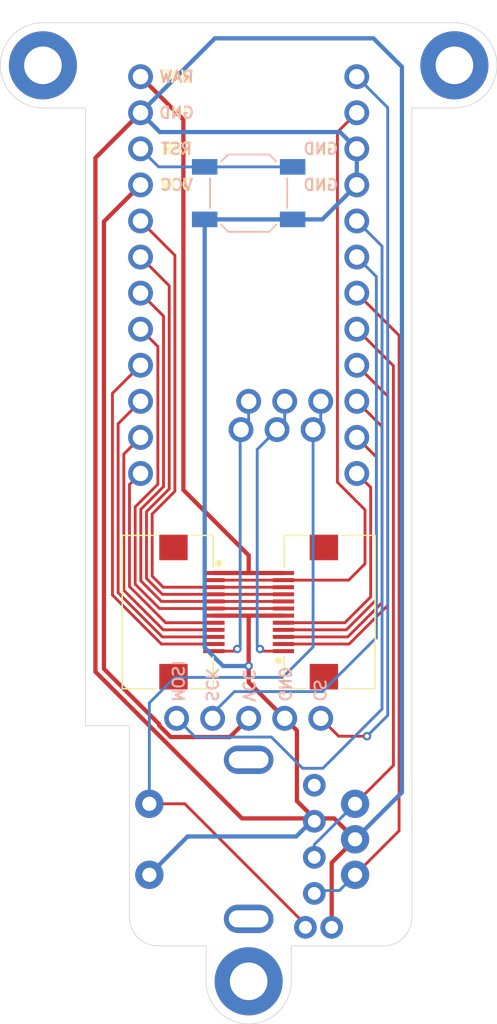
<source format=kicad_pcb>
(kicad_pcb (version 20240108) (generator "pcbnew") (generator_version "8.0")
  (layers (0 "F.Cu" signal) (31 "B.Cu" signal) (34 "B.Paste" user) (35 "F.Paste" user) (36 "B.SilkS" user "B.Silkscreen") (37 "F.SilkS" user "F.Silkscreen") (38 "B.Mask" user) (39 "F.Mask" user) (44 "Edge.Cuts" user))
  (net 0 "")
  (net 1 "encB")
  (net 2 "encA")
  (net 3 "GND")
  (net 4 "MOSI")
  (net 5 "SCK")
  (net 6 "+3.3V")
  (net 7 "CS")
  (net 8 "OFF")
  (net 9 "RST")
  (footprint "zzkeeb:RotaryEncoder_EC11" (layer "F.Cu") (at 74 97 180)
    (property "Reference" "SW38" (hide yes))
    (property "Value" "RotaryEncoder_Switch" (hide yes))
    (pad "" thru_hole oval (at 0 -5.6 180) (size 3.5 2) (drill oval 2.8 1.2) (layers "*.Cu" "*.Mask"))
    (pad "" thru_hole oval (at 0 5.6 180) (size 3.5 2) (drill oval 2.8 1.2) (layers "*.Cu" "*.Mask"))
    (pad "A" thru_hole circle (at -7.5 -2.5 180) (size 2 2) (drill 1) (layers "*.Cu" "B.Mask") (net 2 "encA"))
    (pad "B" thru_hole circle (at -7.5 2.5 180) (size 2 2) (drill 1) (layers "*.Cu" "B.Mask") (net 1 "encB"))
    (pad "C" thru_hole circle (at -7.5 0 180) (size 2 2) (drill 1) (layers "*.Cu" "B.Mask") (net 3 "GND"))
    (pad "S1" thru_hole circle (at 7 2.5 180) (size 2 2) (drill 1) (layers "*.Cu" "B.Mask") (net 8 "OFF"))
    (pad "S2" thru_hole circle (at 7 -2.5 180) (size 2 2) (drill 1) (layers "*.Cu" "B.Mask") (net 3 "GND"))
  )
  (footprint "zzkeeb:Connector_FFC-12pin-0.5mm-horizontal" (layer "F.Cu") (at 70 81 -90)
    (property "Reference" "J2")
    (property "Value" "Conn_01x12_Socket" (hide yes))
    (fp_line (start -5.4 4.909) (end -5.4 2.526) (stroke (width 0.1)) (layer "F.SilkS"))
    (fp_line (start 5.4 4.909) (end -5.4 4.909) (stroke (width 0.1)) (layer "F.SilkS"))
    (fp_line (start 5.4 4.909) (end 5.4 2.526) (stroke (width 0.1)) (layer "F.SilkS"))
    (fp_line (start -5.4 0.075) (end -5.4 -1.5) (stroke (width 0.1)) (layer "F.SilkS"))
    (fp_line (start 5.4 0.075) (end 5.4 -1.5) (stroke (width 0.1)) (layer "F.SilkS"))
    (fp_line (start -5.4 -1.5) (end -3.131 -1.5) (stroke (width 0.1)) (layer "F.SilkS"))
    (fp_line (start 5.4 -1.5) (end 3.131 -1.5) (stroke (width 0.1)) (layer "F.SilkS"))
    (fp_circle (center -3.429 -1.9) (end -3.302 -1.9) (stroke (width 0.254)) (fill none) (layer "F.SilkS"))
    (pad "1" smd rect (at -2.75 -1.55 270) (size 0.28 1.5) (layers "F.Cu" "F.Paste" "F.Mask"))
    (pad "2" smd rect (at -2.25 -1.55 270) (size 0.28 1.5) (layers "F.Cu" "F.Paste" "F.Mask"))
    (pad "3" smd rect (at -1.75 -1.55 270) (size 0.28 1.5) (layers "F.Cu" "F.Paste" "F.Mask"))
    (pad "4" smd rect (at -1.25 -1.55 270) (size 0.28 1.5) (layers "F.Cu" "F.Paste" "F.Mask"))
    (pad "5" smd rect (at -0.75 -1.55 270) (size 0.28 1.5) (layers "F.Cu" "F.Paste" "F.Mask"))
    (pad "6" smd rect (at -0.25 -1.55 270) (size 0.28 1.5) (layers "F.Cu" "F.Paste" "F.Mask"))
    (pad "7" smd rect (at 0.25 -1.55 270) (size 0.28 1.5) (layers "F.Cu" "F.Paste" "F.Mask") (net 3 "GND"))
    (pad "8" smd rect (at 0.75 -1.55 270) (size 0.28 1.5) (layers "F.Cu" "F.Paste" "F.Mask"))
    (pad "9" smd rect (at 1.25 -1.55 270) (size 0.28 1.5) (layers "F.Cu" "F.Paste" "F.Mask"))
    (pad "10" smd rect (at 1.75 -1.55 270) (size 0.28 1.5) (layers "F.Cu" "F.Paste" "F.Mask"))
    (pad "11" smd rect (at 2.25 -1.55 270) (size 0.28 1.5) (layers "F.Cu" "F.Paste" "F.Mask"))
    (pad "12" smd rect (at 2.75 -1.55 270) (size 0.28 1.5) (layers "F.Cu" "F.Paste" "F.Mask"))
    (pad "MP" smd rect (at -4.55 1.3 270) (size 1.8 2) (layers "F.Cu" "F.Paste" "F.Mask"))
    (pad "MP" smd rect (at 4.55 1.3 270) (size 1.8 2) (layers "F.Cu" "F.Paste" "F.Mask"))
  )
  (footprint "zzkeeb:Hole_M2-solder-nut-2.5" (layer "F.Cu") (at 59.5 42.5)
    (property "Reference" "H5" (hide yes))
    (property "Value" "MountingHole" (hide yes))
    (pad "" thru_hole circle (at 0 0) (size 4.8 4.8) (drill 2.65) (layers "*.Cu" "F.Mask"))
  )
  (footprint "zzkeeb:Hole_M2-solder-nut-2.5" (layer "F.Cu") (at 88.5 42.5)
    (property "Reference" "H6" (hide yes))
    (property "Value" "MountingHole" (hide yes))
    (pad "" thru_hole circle (at 0 0) (size 4.8 4.8) (drill 2.65) (layers "*.Cu" "F.Mask"))
  )
  (footprint "zzkeeb:RotaryEncoder_EVQWGD001" (layer "F.Cu") (at 73 97 180)
    (property "Reference" "U1" (hide yes))
    (property "Value" "RollerEncoder_EVQWGD001" (hide yes))
    (pad "" np_thru_hole circle (at -5.625 6.3 180) (size 1.5 1.5) (drill 1.5) (layers "F&B.Cu" "*.Mask"))
    (pad "A" thru_hole circle (at -5.625 -3.81 180) (size 1.6 1.6) (drill 0.9) (layers "*.Cu" "B.Mask") (net 2 "encA"))
    (pad "B" thru_hole circle (at -5.625 -1.27 180) (size 1.6 1.6) (drill 0.9) (layers "*.Cu" "B.Mask") (net 1 "encB"))
    (pad "C" thru_hole circle (at -5.625 1.27 180) (size 1.6 1.6) (drill 0.9) (layers "*.Cu" "B.Mask") (net 3 "GND"))
    (pad "D" thru_hole circle (at -5.625 3.81 180) (size 1.6 1.6) (drill 0.9) (layers "*.Cu" "B.Mask"))
    (pad "S1" thru_hole circle (at -6.85 -6.2 180) (size 1.6 1.6) (drill 0.9) (layers "*.Cu" "B.Mask") (net 3 "GND"))
    (pad "S2" thru_hole circle (at -5 -6.2 180) (size 1.6 1.6) (drill 0.9) (layers "*.Cu" "B.Mask") (net 8 "OFF"))
  )
  (footprint "zzkeeb:Display_nice-view" (layer "F.Cu") (at 74 72)
    (property "Reference" "J6")
    (property "Value" "Display_nice-view" (hide yes))
    (fp_text user "VCC" (at 0 15.4 -90) (layer "B.SilkS") (effects (font (size 0.8 0.8)) (justify left mirror)))
    (fp_text user "MOSI" (at -5 15.4 -90) (layer "B.SilkS") (effects (font (size 0.8 0.8)) (justify left mirror)))
    (fp_text user "GND" (at 2.54 15.4 -90) (layer "B.SilkS") (effects (font (size 0.8 0.8)) (justify left mirror)))
    (fp_text user "SCK" (at -2.6 15.4 -90) (layer "B.SilkS") (effects (font (size 0.8 0.8)) (justify left mirror)))
    (fp_text user "CS" (at 5 15.4 -90) (layer "B.SilkS") (effects (font (size 0.8 0.8)) (justify left mirror)))
    (pad "1" thru_hole circle (at -5.08 16.48) (size 1.7526 1.7526) (drill 1.0922) (layers "*.Cu" "*.Mask") (net 4 "MOSI"))
    (pad "2" thru_hole circle (at -2.54 16.48) (size 1.7526 1.7526) (drill 1.0922) (layers "*.Cu" "*.Mask") (net 5 "SCK"))
    (pad "3" thru_hole circle (at 0 16.48) (size 1.7526 1.7526) (drill 1.0922) (layers "*.Cu" "*.Mask") (net 6 "+3.3V"))
    (pad "4" thru_hole circle (at 2.54 16.48) (size 1.7526 1.7526) (drill 1.0922) (layers "*.Cu" "*.Mask") (net 3 "GND"))
    (pad "5" thru_hole circle (at 5.08 16.48) (size 1.7526 1.7526) (drill 1.0922) (layers "*.Cu" "*.Mask") (net 7 "CS"))
  )
  (footprint "zzkeeb:Hole_M2-solder-nut-2.5" (layer "F.Cu") (at 74 107)
    (property "Reference" "H7" (hide yes))
    (property "Value" "MountingHole" (hide yes))
    (pad "" thru_hole circle (at 0 0) (size 4.8 4.8) (drill 2.65) (layers "*.Cu" "F.Mask"))
  )
  (footprint "zzkeeb:Connector_FFC-12pin-0.5mm-horizontal" (layer "F.Cu") (at 78 81 90)
    (property "Reference" "J3")
    (property "Value" "Conn_01x12_Socket" (hide yes))
    (fp_line (start 5.4 -1.5) (end 3.131 -1.5) (stroke (width 0.1)) (layer "F.SilkS"))
    (fp_line (start -5.4 -1.5) (end -3.131 -1.5) (stroke (width 0.1)) (layer "F.SilkS"))
    (fp_line (start 5.4 0.075) (end 5.4 -1.5) (stroke (width 0.1)) (layer "F.SilkS"))
    (fp_line (start -5.4 0.075) (end -5.4 -1.5) (stroke (width 0.1)) (layer "F.SilkS"))
    (fp_line (start 5.4 4.909) (end 5.4 2.526) (stroke (width 0.1)) (layer "F.SilkS"))
    (fp_line (start 5.4 4.909) (end -5.4 4.909) (stroke (width 0.1)) (layer "F.SilkS"))
    (fp_line (start -5.4 4.909) (end -5.4 2.526) (stroke (width 0.1)) (layer "F.SilkS"))
    (fp_circle (center -3.429 -1.9) (end -3.302 -1.9) (stroke (width 0.254)) (fill none) (layer "F.SilkS"))
    (pad "1" smd rect (at -2.75 -1.55 90) (size 0.28 1.5) (layers "F.Cu" "F.Paste" "F.Mask"))
    (pad "2" smd rect (at -2.25 -1.55 90) (size 0.28 1.5) (layers "F.Cu" "F.Paste" "F.Mask"))
    (pad "3" smd rect (at -1.75 -1.55 90) (size 0.28 1.5) (layers "F.Cu" "F.Paste" "F.Mask"))
    (pad "4" smd rect (at -1.25 -1.55 90) (size 0.28 1.5) (layers "F.Cu" "F.Paste" "F.Mask"))
    (pad "5" smd rect (at -0.75 -1.55 90) (size 0.28 1.5) (layers "F.Cu" "F.Paste" "F.Mask"))
    (pad "6" smd rect (at -0.25 -1.55 90) (size 0.28 1.5) (layers "F.Cu" "F.Paste" "F.Mask") (net 3 "GND"))
    (pad "7" smd rect (at 0.25 -1.55 90) (size 0.28 1.5) (layers "F.Cu" "F.Paste" "F.Mask"))
    (pad "8" smd rect (at 0.75 -1.55 90) (size 0.28 1.5) (layers "F.Cu" "F.Paste" "F.Mask"))
    (pad "9" smd rect (at 1.25 -1.55 90) (size 0.28 1.5) (layers "F.Cu" "F.Paste" "F.Mask"))
    (pad "10" smd rect (at 1.75 -1.55 90) (size 0.28 1.5) (layers "F.Cu" "F.Paste" "F.Mask"))
    (pad "11" smd rect (at 2.25 -1.55 90) (size 0.28 1.5) (layers "F.Cu" "F.Paste" "F.Mask"))
    (pad "12" smd rect (at 2.75 -1.55 90) (size 0.28 1.5) (layers "F.Cu" "F.Paste" "F.Mask"))
    (pad "MP" smd rect (at -4.55 1.3 90) (size 1.8 2) (layers "F.Cu" "F.Paste" "F.Mask"))
    (pad "MP" smd rect (at 4.55 1.3 90) (size 1.8 2) (layers "F.Cu" "F.Paste" "F.Mask"))
  )
  (footprint "zzkeeb:Button_SW_SPST_SKQG_WithoutStem" (layer "B.Cu") (at 74 51.5 180)
    (property "Reference" "SW37" (hide yes))
    (property "Value" "SW_Push")
    (fp_line (start 2.72 1.04) (end 2.72 -1.04) (stroke (width 0.12)) (layer "B.SilkS"))
    (fp_line (start 1.94 2.23) (end 1.45 2.72) (stroke (width 0.12)) (layer "B.SilkS"))
    (fp_line (start 1.94 -2.23) (end 1.45 -2.72) (stroke (width 0.12)) (layer "B.SilkS"))
    (fp_line (start 1.45 2.72) (end -1.45 2.72) (stroke (width 0.12)) (layer "B.SilkS"))
    (fp_line (start 1.45 -2.72) (end -1.45 -2.72) (stroke (width 0.12)) (layer "B.SilkS"))
    (fp_line (start -1.94 2.23) (end -1.45 2.72) (stroke (width 0.12)) (layer "B.SilkS"))
    (fp_line (start -1.94 -2.23) (end -1.45 -2.72) (stroke (width 0.12)) (layer "B.SilkS"))
    (fp_line (start -2.72 1.04) (end -2.72 -1.04) (stroke (width 0.12)) (layer "B.SilkS"))
    (pad "1" smd rect (at -3.1 1.85 180) (size 1.8 1.1) (layers "B.Cu" "B.Paste" "B.Mask") (net 9 "RST"))
    (pad "1" smd rect (at 3.1 1.85 180) (size 1.8 1.1) (layers "B.Cu" "B.Paste" "B.Mask") (net 9 "RST"))
    (pad "2" smd rect (at -3.1 -1.85 180) (size 1.8 1.1) (layers "B.Cu" "B.Paste" "B.Mask") (net 3 "GND"))
    (pad "2" smd rect (at 3.1 -1.85 180) (size 1.8 1.1) (layers "B.Cu" "B.Paste" "B.Mask") (net 3 "GND"))
  )
  (footprint "zzkeeb:MCU_nice-nano" (layer "B.Cu") (at 74 56 180)
    (property "Reference" "J1" (hide yes))
    (property "Value" "N!N" (hide yes))
    (fp_text user "RST" (at 5.08 7.62 180) (layer "B.SilkS") (effects (font (size 0.8 0.8)) (justify mirror)))
    (fp_text user "VCC" (at 5.08 5.08 180) (layer "B.SilkS") (effects (font (size 0.8 0.8)) (justify mirror)))
    (fp_text user "GND" (at -5.08 5.08 180) (layer "B.SilkS") (effects (font (size 0.8 0.8)) (justify mirror)))
    (fp_text user "RAW" (at 5.08 12.7 180) (layer "B.SilkS") (effects (font (size 0.8 0.8)) (justify mirror)))
    (fp_text user "GND" (at 5.08 10.16 180) (layer "B.SilkS") (effects (font (size 0.8 0.8)) (justify mirror)))
    (fp_text user "GND" (at -5.08 7.62 180) (layer "B.SilkS") (effects (font (size 0.8 0.8)) (justify mirror)))
    (fp_text user "GND" (at -5.08 7.62 180) (layer "F.SilkS") (effects (font (size 0.8 0.8))))
    (fp_text user "GND" (at 5.08 10.16 180) (layer "F.SilkS") (effects (font (size 0.8 0.8))))
    (fp_text user "GND" (at -5.08 5.08 180) (layer "F.SilkS") (effects (font (size 0.8 0.8))))
    (fp_text user "RAW" (at 5.08 12.7 180) (layer "F.SilkS") (effects (font (size 0.8 0.8))))
    (fp_text user "RST" (at 5.08 7.62 180) (layer "F.SilkS") (effects (font (size 0.8 0.8))))
    (fp_text user "VCC" (at 5.08 5.08 180) (layer "F.SilkS") (effects (font (size 0.8 0.8))))
    (pad "1" thru_hole circle (at -7.62 12.7 270) (size 1.7526 1.7526) (drill 1.0922) (layers "*.Cu" "*.Mask") (net 7 "CS"))
    (pad "2" thru_hole circle (at -7.62 10.16 270) (size 1.7526 1.7526) (drill 1.0922) (layers "*.Cu" "*.Mask"))
    (pad "3" thru_hole circle (at -7.62 7.62 270) (size 1.7526 1.7526) (drill 1.0922) (layers "*.Cu" "*.Mask") (net 3 "GND"))
    (pad "4" thru_hole circle (at -7.62 5.08 270) (size 1.7526 1.7526) (drill 1.0922) (layers "*.Cu" "*.Mask") (net 3 "GND"))
    (pad "5" thru_hole circle (at -7.62 2.54 270) (size 1.7526 1.7526) (drill 1.0922) (layers "*.Cu" "*.Mask") (net 4 "MOSI"))
    (pad "6" thru_hole circle (at -7.62 0 270) (size 1.7526 1.7526) (drill 1.0922) (layers "*.Cu" "*.Mask") (net 5 "SCK"))
    (pad "7" thru_hole circle (at -7.62 -2.54 270) (size 1.7526 1.7526) (drill 1.0922) (layers "*.Cu" "*.Mask") (net 2 "encA"))
    (pad "8" thru_hole circle (at -7.62 -5.08 270) (size 1.7526 1.7526) (drill 1.0922) (layers "*.Cu" "*.Mask") (net 1 "encB"))
    (pad "9" thru_hole circle (at -7.62 -7.62 270) (size 1.7526 1.7526) (drill 1.0922) (layers "*.Cu" "*.Mask"))
    (pad "10" thru_hole circle (at -7.62 -10.16 270) (size 1.7526 1.7526) (drill 1.0922) (layers "*.Cu" "*.Mask"))
    (pad "11" thru_hole circle (at -7.62 -12.7 270) (size 1.7526 1.7526) (drill 1.0922) (layers "*.Cu" "*.Mask"))
    (pad "12" thru_hole circle (at -7.62 -15.24 270) (size 1.7526 1.7526) (drill 1.0922) (layers "*.Cu" "*.Mask"))
    (pad "13" thru_hole circle (at 7.62 -15.24 270) (size 1.7526 1.7526) (drill 1.0922) (layers "*.Cu" "*.Mask"))
    (pad "14" thru_hole circle (at 7.62 -12.7 270) (size 1.7526 1.7526) (drill 1.0922) (layers "*.Cu" "*.Mask"))
    (pad "15" thru_hole circle (at 7.62 -10.16 270) (size 1.7526 1.7526) (drill 1.0922) (layers "*.Cu" "*.Mask"))
    (pad "16" thru_hole circle (at 7.62 -7.62 270) (size 1.7526 1.7526) (drill 1.0922) (layers "*.Cu" "*.Mask"))
    (pad "17" thru_hole circle (at 7.62 -5.08 270) (size 1.7526 1.7526) (drill 1.0922) (layers "*.Cu" "*.Mask"))
    (pad "18" thru_hole circle (at 7.62 -2.54 270) (size 1.7526 1.7526) (drill 1.0922) (layers "*.Cu" "*.Mask"))
    (pad "19" thru_hole circle (at 7.62 0 270) (size 1.7526 1.7526) (drill 1.0922) (layers "*.Cu" "*.Mask"))
    (pad "20" thru_hole circle (at 7.62 2.54 270) (size 1.7526 1.7526) (drill 1.0922) (layers "*.Cu" "*.Mask"))
    (pad "21" thru_hole circle (at 7.62 5.08 270) (size 1.7526 1.7526) (drill 1.0922) (layers "*.Cu" "*.Mask") (net 6 "+3.3V"))
    (pad "22" thru_hole circle (at 7.62 7.62 270) (size 1.7526 1.7526) (drill 1.0922) (layers "*.Cu" "*.Mask") (net 9 "RST"))
    (pad "23" thru_hole circle (at 7.62 10.16 270) (size 1.7526 1.7526) (drill 1.0922) (layers "*.Cu" "*.Mask") (net 3 "GND"))
    (pad "24" thru_hole circle (at 7.62 12.7 270) (size 1.7526 1.7526) (drill 1.0922) (layers "*.Cu" "*.Mask"))
    (pad "31" thru_hole circle (at -5.08 -10.16 270) (size 1.7526 1.7526) (drill 1.0922) (layers "*.Cu" "*.Mask") (net 8 "OFF"))
    (pad "31" thru_hole circle (at -4.54 -12.15 270) (size 1.7526 1.7526) (drill 1.0922) (layers "*.Cu" "*.Mask") (net 8 "OFF"))
    (pad "32" thru_hole circle (at -2.54 -10.16 270) (size 1.7526 1.7526) (drill 1.0922) (layers "*.Cu" "*.Mask"))
    (pad "32" thru_hole circle (at -2 -12.15 270) (size 1.7526 1.7526) (drill 1.0922) (layers "*.Cu" "*.Mask"))
    (pad "33" thru_hole circle (at 0 -10.16 270) (size 1.7526 1.7526) (drill 1.0922) (layers "*.Cu" "*.Mask"))
    (pad "33" thru_hole circle (at 0.54 -12.15 270) (size 1.7526 1.7526) (drill 1.0922) (layers "*.Cu" "*.Mask"))
  )
  (gr_line (start 85.5 39.5) (end 64.5 39.5) (stroke (width 0.05)) (layer "Edge.Cuts"))
  (gr_line (start 59.5 39.5) (end 64.5 39.5) (stroke (width 0.05)) (layer "Edge.Cuts"))
  (gr_arc (start 85.5 102.5) (mid 84.914214 103.914214) (end 83.5 104.5) (stroke (width 0.05)) (layer "Edge.Cuts"))
  (gr_line (start 71 107) (end 71 104.5) (stroke (width 0.05)) (layer "Edge.Cuts"))
  (gr_line (start 59.5 45.5) (end 62.5 45.5) (stroke (width 0.05)) (layer "Edge.Cuts"))
  (gr_line (start 85.5 66.5) (end 85.5 45.5) (stroke (width 0.05)) (layer "Edge.Cuts"))
  (gr_line (start 65.6 89) (end 62.5 89) (stroke (width 0.05)) (layer "Edge.Cuts"))
  (gr_line (start 77 104.5) (end 83.5 104.5) (stroke (width 0.05)) (layer "Edge.Cuts"))
  (gr_line (start 85.5 39.5) (end 88.5 39.5) (stroke (width 0.05)) (layer "Edge.Cuts"))
  (gr_arc (start 67.6 104.5) (mid 66.185786 103.914214) (end 65.6 102.5) (stroke (width 0.05)) (layer "Edge.Cuts"))
  (gr_arc (start 88.5 39.5) (mid 91.5 42.5) (end 88.5 45.5) (stroke (width 0.05)) (layer "Edge.Cuts"))
  (gr_arc (start 77 107) (mid 74 110) (end 71 107) (stroke (width 0.05)) (layer "Edge.Cuts"))
  (gr_line (start 71 104.5) (end 67.6 104.5) (stroke (width 0.05)) (layer "Edge.Cuts"))
  (gr_line (start 77 107) (end 77 104.5) (stroke (width 0.05)) (layer "Edge.Cuts"))
  (gr_line (start 65.6 89) (end 65.6 102.5) (stroke (width 0.05)) (layer "Edge.Cuts"))
  (gr_line (start 85.5 45.5) (end 88.5 45.5) (stroke (width 0.05)) (layer "Edge.Cuts"))
  (gr_line (start 85.5 102.5) (end 85.5 90.5) (stroke (width 0.05)) (layer "Edge.Cuts"))
  (gr_arc (start 59.5 45.5) (mid 56.5 42.5) (end 59.5 39.5) (stroke (width 0.05)) (layer "Edge.Cuts"))
  (gr_line (start 62.5 66.5) (end 62.5 89) (stroke (width 0.05)) (layer "Edge.Cuts"))
  (gr_line (start 85.5 90.5) (end 85.5 66.5) (stroke (width 0.05)) (layer "Edge.Cuts"))
  (gr_line (start 62.5 45.5) (end 62.5 66.5) (stroke (width 0.05)) (layer "Edge.Cuts"))
  (segment (start 68.8 55.88) (end 66.38 53.46) (width 0.2) (layer "F.Cu") (net 0))
  (segment (start 80.982157 82.75) (end 83.4 80.332157) (width 0.2) (layer "F.Cu") (net 0))
  (segment (start 82.2 73.8) (end 82.2 77.6) (width 0.2) (layer "F.Cu") (net 0))
  (segment (start 69.4 72.4) (end 74 77) (width 0.3) (layer "F.Cu") (net 0))
  (segment (start 80.882157 82.25) (end 83 80.132157) (width 0.2) (layer "F.Cu") (net 0))
  (segment (start 65.6 72.02) (end 66.38 71.24) (width 0.2) (layer "F.Cu") (net 0))
  (segment (start 68.15 81.75) (end 65.6 79.2) (width 0.2) (layer "F.Cu") (net 0))
  (segment (start 81.62 45.84) (end 80.2563 47.2037) (width 0.2) (layer "F.Cu") (net 0))
  (segment (start 67.981372 82.25) (end 65.2 79.468628) (width 0.2) (layer "F.Cu") (net 0))
  (segment (start 71.55 82.25) (end 67.981372 82.25) (width 0.2) (layer "F.Cu") (net 0))
  (segment (start 80.2563 47.2037) (end 80.2563 71.8563) (width 0.2) (layer "F.Cu") (net 0))
  (segment (start 81.082157 83.25) (end 83.8 80.532157) (width 0.2) (layer "F.Cu") (net 0))
  (segment (start 76.45 83.25) (end 81.082157 83.25) (width 0.2) (layer "F.Cu") (net 0))
  (segment (start 71.55 79.25) (end 76.45 79.25) (width 0.2) (layer "F.Cu") (net 0))
  (segment (start 71.55 79.75) (end 67.915686 79.75) (width 0.2) (layer "F.Cu") (net 0))
  (segment (start 74 77) (end 74 78.25) (width 0.3) (layer "F.Cu") (net 0))
  (segment (start 67.6 62.3) (end 66.38 61.08) (width 0.2) (layer "F.Cu") (net 0))
  (segment (start 67.85 80.25) (end 71.55 80.25) (width 0.2) (layer "F.Cu") (net 0))
  (segment (start 83 80.132157) (end 83 70.08) (width 0.2) (layer "F.Cu") (net 0))
  (segment (start 71.55 78.25) (end 76.45 78.25) (width 0.3) (layer "F.Cu") (net 0))
  (segment (start 69.4 46.32) (end 69.4 72.4) (width 0.3) (layer "F.Cu") (net 0))
  (segment (start 64.4 65.6) (end 66.38 63.62) (width 0.2) (layer "F.Cu") (net 0))
  (segment (start 71.55 83.25) (end 67.85 83.25) (width 0.2) (layer "F.Cu") (net 0))
  (segment (start 76.45 82.25) (end 80.882157 82.25) (width 0.2) (layer "F.Cu") (net 0))
  (segment (start 73.05 83.75) (end 71.55 83.75) (width 0.2) (layer "F.Cu") (net 0))
  (segment (start 66 79.034314) (end 66 73.6) (width 0.2) (layer "F.Cu") (net 0))
  (segment (start 67.915686 82.75) (end 64.8 79.634314) (width 0.2) (layer "F.Cu") (net 0))
  (segment (start 67.6 72) (end 67.6 62.3) (width 0.2) (layer "F.Cu") (net 0))
  (segment (start 64.8 67.74) (end 66.38 66.16) (width 0.2) (layer "F.Cu") (net 0))
  (segment (start 64.8 79.634314) (end 64.8 67.74) (width 0.2) (layer "F.Cu") (net 0))
  (segment (start 82.6 79.932157) (end 82.6 72.22) (width 0.2) (layer "F.Cu") (net 0))
  (segment (start 66.38 58.54) (end 68 60.16) (width 0.2) (layer "F.Cu") (net 0))
  (segment (start 67.85 83.25) (end 64.4 79.8) (width 0.2) (layer "F.Cu") (net 0))
  (segment (start 64.4 79.8) (end 64.4 65.6) (width 0.2) (layer "F.Cu") (net 0))
  (segment (start 76.45 81.75) (end 80.782157 81.75) (width 0.2) (layer "F.Cu") (net 0))
  (segment (start 67.915686 79.75) (end 66.8 78.634314) (width 0.2) (layer "F.Cu") (net 0))
  (segment (start 83.8 65.8) (end 81.62 63.62) (width 0.2) (layer "F.Cu") (net 0))
  (segment (start 67.981372 79.25) (end 67.2 78.468628) (width 0.2) (layer "F.Cu") (net 0))
  (segment (start 73.2 83.6) (end 73.05 83.75) (width 0.2) (layer "F.Cu") (net 0))
  (segment (start 80.782157 81.75) (end 82.6 79.932157) (width 0.2) (layer "F.Cu") (net 0))
  (segment (start 68.4 72.331372) (end 68.4 58.02) (width 0.2) (layer "F.Cu") (net 0))
  (segment (start 76.45 82.75) (end 80.982157 82.75) (width 0.2) (layer "F.Cu") (net 0))
  (segment (start 66 73.6) (end 67.6 72) (width 0.2) (layer "F.Cu") (net 0))
  (segment (start 67.715686 80.75) (end 66 79.034314) (width 0.2) (layer "F.Cu") (net 0))
  (segment (start 83.4 80.332157) (end 83.4 67.94) (width 0.2) (layer "F.Cu") (net 0))
  (segment (start 68 60.16) (end 68 72.165686) (width 0.2) (layer "F.Cu") (net 0))
  (segment (start 71.55 80.75) (end 67.715686 80.75) (width 0.2) (layer "F.Cu") (net 0))
  (segment (start 66.4 78.8) (end 67.85 80.25) (width 0.2) (layer "F.Cu") (net 0))
  (segment (start 67.2 78.468628) (end 67.2 74.097058) (width 0.2) (layer "F.Cu") (net 0))
  (segment (start 65.6 79.2) (end 65.6 72.02) (width 0.2) (layer "F.Cu") (net 0))
  (segment (start 65.2 79.468628) (end 65.2 69.88) (width 0.2) (layer "F.Cu") (net 0))
  (segment (start 66.38 43.3) (end 69.4 46.32) (width 0.3) (layer "F.Cu") (net 0))
  (segment (start 65.2 69.88) (end 66.38 68.7) (width 0.2) (layer "F.Cu") (net 0))
  (segment (start 66.8 78.634314) (end 66.8 73.931372) (width 0.2) (layer "F.Cu") (net 0))
  (segment (start 71.55 79.75) (end 76.45 79.75) (width 0.2) (layer "F.Cu") (net 0))
  (segment (start 81.05 78.75) (end 76.45 78.75) (width 0.2) (layer "F.Cu") (net 0))
  (segment (start 68.4 58.02) (end 66.38 56) (width 0.2) (layer "F.Cu") (net 0))
  (segment (start 80.2563 71.8563) (end 82.2 73.8) (width 0.2) (layer "F.Cu") (net 0))
  (segment (start 71.55 81.75) (end 68.15 81.75) (width 0.2) (layer "F.Cu") (net 0))
  (segment (start 74.95 83.75) (end 76.45 83.75) (width 0.2) (layer "F.Cu") (net 0))
  (segment (start 71.55 82.75) (end 67.915686 82.75) (width 0.2) (layer "F.Cu") (net 0))
  (segment (start 68.8 72.497058) (end 68.8 55.88) (width 0.2) (layer "F.Cu") (net 0))
  (segment (start 83.4 67.94) (end 81.62 66.16) (width 0.2) (layer "F.Cu") (net 0))
  (segment (start 82.2 77.6) (end 81.05 78.75) (width 0.2) (layer "F.Cu") (net 0))
  (segment (start 71.55 79.25) (end 67.981372 79.25) (width 0.2) (layer "F.Cu") (net 0))
  (segment (start 83.8 80.532157) (end 83.8 65.8) (width 0.2) (layer "F.Cu") (net 0))
  (segment (start 67.2 74.097058) (end 68.8 72.497058) (width 0.2) (layer "F.Cu") (net 0))
  (segment (start 66.8 73.931372) (end 68.4 72.331372) (width 0.2) (layer "F.Cu") (net 0))
  (segment (start 83 70.08) (end 81.62 68.7) (width 0.2) (layer "F.Cu") (net 0))
  (segment (start 71.55 78.75) (end 76.45 78.75) (width 0.2) (layer "F.Cu") (net 0))
  (segment (start 66.4 73.765686) (end 66.4 78.8) (width 0.2) (layer "F.Cu") (net 0))
  (segment (start 82.6 72.22) (end 81.62 71.24) (width 0.2) (layer "F.Cu") (net 0))
  (segment (start 74.8 83.6) (end 74.95 83.75) (width 0.2) (layer "F.Cu") (net 0))
  (segment (start 68 72.165686) (end 66.4 73.765686) (width 0.2) (layer "F.Cu") (net 0))
  (segment (start 71.55 80.25) (end 76.45 80.25) (width 0.2) (layer "F.Cu") (net 0))
  (segment (start 71.55 80.75) (end 76.45 80.75) (width 0.2) (layer "F.Cu") (net 0))
  (via (at 73.2 83.6) (size 0.6) (drill 0.3) (layers "F.Cu" "B.Cu") (net 0))
  (via (at 74.8 83.6) (size 0.6) (drill 0.3) (layers "F.Cu" "B.Cu") (net 0))
  (segment (start 73.4 83.4) (end 73.4 68.21) (width 0.2) (layer "B.Cu") (net 0))
  (segment (start 74 67.61) (end 73.46 68.15) (width 0.2) (layer "B.Cu") (net 0))
  (segment (start 73.4 68.21) (end 73.46 68.15) (width 0.2) (layer "B.Cu") (net 0))
  (segment (start 76 68.15) (end 74.6 69.55) (width 0.2) (layer "B.Cu") (net 0))
  (segment (start 73.2 83.6) (end 73.4 83.4) (width 0.2) (layer "B.Cu") (net 0))
  (segment (start 76.54 66.16) (end 76.54 67.61) (width 0.2) (layer "B.Cu") (net 0))
  (segment (start 74.6 83.4) (end 74.8 83.6) (width 0.2) (layer "B.Cu") (net 0))
  (segment (start 74.6 69.55) (end 74.6 83.4) (width 0.2) (layer "B.Cu") (net 0))
  (segment (start 74 66.16) (end 74 67.61) (width 0.2) (layer "B.Cu") (net 0))
  (segment (start 76.54 67.61) (end 76 68.15) (width 0.2) (layer "B.Cu") (net 0))
  (segment (start 84.2 91.8) (end 81.5 94.5) (width 0.2) (layer "F.Cu") (net 1))
  (segment (start 81.62 61.08) (end 84.2 63.66) (width 0.2) (layer "F.Cu") (net 1))
  (segment (start 84.2 63.66) (end 84.2 91.8) (width 0.2) (layer "F.Cu") (net 1))
  (segment (start 78.625 97.375) (end 81.5 94.5) (width 0.2) (layer "B.Cu") (net 1))
  (segment (start 78.625 98.07) (end 78.625 97.375) (width 0.2) (layer "B.Cu") (net 1))
  (segment (start 81.62 58.54) (end 84.6 61.52) (width 0.2) (layer "F.Cu") (net 2))
  (segment (start 84.6 61.52) (end 84.6 96.4) (width 0.2) (layer "F.Cu") (net 2))
  (segment (start 84.6 96.4) (end 81.5 99.5) (width 0.2) (layer "F.Cu") (net 2))
  (segment (start 78.625 100.61) (end 80.39 100.61) (width 0.2) (layer "B.Cu") (net 2))
  (segment (start 80.39 100.61) (end 81.5 99.5) (width 0.2) (layer "B.Cu") (net 2))
  (segment (start 77.4 89.34) (end 76.54 88.48) (width 0.3) (layer "F.Cu") (net 3))
  (segment (start 79.85 98.65) (end 79.85 103) (width 0.3) (layer "F.Cu") (net 3))
  (segment (start 76.54 88.48) (end 74 85.94) (width 0.3) (layer "F.Cu") (net 3))
  (segment (start 74 85.94) (end 74 84.8) (width 0.3) (layer "F.Cu") (net 3))
  (segment (start 78.625 95.53) (end 77.4 94.305) (width 0.3) (layer "F.Cu") (net 3))
  (segment (start 71.55 81.25) (end 74 81.25) (width 0.3) (layer "F.Cu") (net 3))
  (segment (start 74 81.25) (end 76.45 81.25) (width 0.3) (layer "F.Cu") (net 3))
  (segment (start 78.625 95.53) (end 80.03 95.53) (width 0.3) (layer "F.Cu") (net 3))
  (segment (start 80.03 95.53) (end 81.5 97) (width 0.3) (layer "F.Cu") (net 3))
  (segment (start 63.2 49.02) (end 63.2 85.201358) (width 0.3) (layer "F.Cu") (net 3))
  (segment (start 77.4 94.305) (end 77.4 89.34) (width 0.3) (layer "F.Cu") (net 3))
  (segment (start 74 84.8) (end 74 81.25) (width 0.3) (layer "F.Cu") (net 3))
  (segment (start 63.2 85.201358) (end 73.528642 95.53) (width 0.3) (layer "F.Cu") (net 3))
  (segment (start 66.38 45.84) (end 63.2 49.02) (width 0.3) (layer "F.Cu") (net 3))
  (segment (start 81.5 97) (end 79.85 98.65) (width 0.3) (layer "F.Cu") (net 3))
  (segment (start 73.528642 95.53) (end 78.625 95.53) (width 0.3) (layer "F.Cu") (net 3))
  (via (at 74 84.8) (size 0.6) (drill 0.3) (layers "F.Cu" "B.Cu") (net 3))
  (segment (start 79.19 53.35) (end 81.62 50.92) (width 0.3) (layer "B.Cu") (net 3))
  (segment (start 70.9 53.35) (end 70.9 83.5) (width 0.3) (layer "B.Cu") (net 3))
  (segment (start 82.8 40.6) (end 71.62 40.6) (width 0.3) (layer "B.Cu") (net 3))
  (segment (start 70.9 83.5) (end 72.2 84.8) (width 0.3) (layer "B.Cu") (net 3))
  (segment (start 70.9 53.35) (end 79.19 53.35) (width 0.3) (layer "B.Cu") (net 3))
  (segment (start 84.8 42.6) (end 82.8 40.6) (width 0.3) (layer "B.Cu") (net 3))
  (segment (start 69.7 96.8) (end 77.355 96.8) (width 0.3) (layer "B.Cu") (net 3))
  (segment (start 71.62 40.6) (end 66.38 45.84) (width 0.3) (layer "B.Cu") (net 3))
  (segment (start 80.44 47.2) (end 67.74 47.2) (width 0.3) (layer "B.Cu") (net 3))
  (segment (start 67.74 47.2) (end 66.38 45.84) (width 0.3) (layer "B.Cu") (net 3))
  (segment (start 81.5 97) (end 84.8 93.7) (width 0.3) (layer "B.Cu") (net 3))
  (segment (start 77.355 96.8) (end 78.625 95.53) (width 0.3) (layer "B.Cu") (net 3))
  (segment (start 84.8 93.7) (end 84.8 89.5) (width 0.3) (layer "B.Cu") (net 3))
  (segment (start 67 99.5) (end 69.7 96.8) (width 0.3) (layer "B.Cu") (net 3))
  (segment (start 81.62 50.92) (end 81.62 48.38) (width 0.3) (layer "B.Cu") (net 3))
  (segment (start 81.62 48.38) (end 80.44 47.2) (width 0.3) (layer "B.Cu") (net 3))
  (segment (start 84.8 67.499999) (end 84.8 42.6) (width 0.3) (layer "B.Cu") (net 3))
  (segment (start 84.8 67.499999) (end 84.8 89.5) (width 0.3) (layer "B.Cu") (net 3))
  (segment (start 72.2 84.8) (end 74 84.8) (width 0.3) (layer "B.Cu") (net 3))
  (segment (start 77.8 92) (end 79.232157 92) (width 0.2) (layer "B.Cu") (net 4))
  (segment (start 75.6 89.8) (end 77.8 92) (width 0.2) (layer "B.Cu") (net 4))
  (segment (start 83.4 55.24) (end 81.62 53.46) (width 0.2) (layer "B.Cu") (net 4))
  (segment (start 70.24 89.8) (end 75.6 89.8) (width 0.2) (layer "B.Cu") (net 4))
  (segment (start 83.4 87.832157) (end 83.4 55.24) (width 0.2) (layer "B.Cu") (net 4))
  (segment (start 68.92 88.48) (end 70.24 89.8) (width 0.2) (layer "B.Cu") (net 4))
  (segment (start 79.232157 92) (end 83.4 87.832157) (width 0.2) (layer "B.Cu") (net 4))
  (segment (start 73 86.6) (end 79.2 86.6) (width 0.2) (layer "B.Cu") (net 5))
  (segment (start 71.46 88.14) (end 73 86.6) (width 0.2) (layer "B.Cu") (net 5))
  (segment (start 83 82.8) (end 83 57.38) (width 0.2) (layer "B.Cu") (net 5))
  (segment (start 83 57.38) (end 81.62 56) (width 0.2) (layer "B.Cu") (net 5))
  (segment (start 79.2 86.6) (end 83 82.8) (width 0.2) (layer "B.Cu") (net 5))
  (segment (start 71.46 88.48) (end 71.46 88.14) (width 0.2) (layer "B.Cu") (net 5))
  (segment (start 68.505749 89.8) (end 67.6937 88.987951) (width 0.3) (layer "F.Cu") (net 6))
  (segment (start 63.8 53.5) (end 66.38 50.92) (width 0.3) (layer "F.Cu") (net 6))
  (segment (start 72.68 89.8) (end 68.505749 89.8) (width 0.3) (layer "F.Cu") (net 6))
  (segment (start 74 88.48) (end 72.68 89.8) (width 0.3) (layer "F.Cu") (net 6))
  (segment (start 67.6937 88.987951) (end 67.6937 88.8937) (width 0.3) (layer "F.Cu") (net 6))
  (segment (start 67.6937 88.8937) (end 63.8 85) (width 0.3) (layer "F.Cu") (net 6))
  (segment (start 63.8 85) (end 63.8 53.5) (width 0.3) (layer "F.Cu") (net 6))
  (segment (start 80.340343 89.740343) (end 79.08 88.48) (width 0.2) (layer "F.Cu") (net 7))
  (segment (start 82.340343 89.740343) (end 80.340343 89.740343) (width 0.2) (layer "F.Cu") (net 7))
  (via (at 82.340343 89.740343) (size 0.6) (drill 0.3) (layers "F.Cu" "B.Cu") (net 7))
  (segment (start 83.8 45.48) (end 81.62 43.3) (width 0.2) (layer "B.Cu") (net 7))
  (segment (start 82.340343 89.740343) (end 83.8 88.280686) (width 0.2) (layer "B.Cu") (net 7))
  (segment (start 83.8 88.280686) (end 83.8 45.48) (width 0.2) (layer "B.Cu") (net 7))
  (segment (start 67 94.5) (end 69.5 94.5) (width 0.2) (layer "F.Cu") (net 8))
  (segment (start 69.5 94.5) (end 78 103) (width 0.2) (layer "F.Cu") (net 8))
  (segment (start 79.08 66.16) (end 79.08 67.61) (width 0.2) (layer "B.Cu") (net 8))
  (segment (start 68.8 85.6) (end 67 87.4) (width 0.2) (layer "B.Cu") (net 8))
  (segment (start 78.54 68.15) (end 78.54 83.46) (width 0.2) (layer "B.Cu") (net 8))
  (segment (start 79.08 67.61) (end 78.54 68.15) (width 0.2) (layer "B.Cu") (net 8))
  (segment (start 67 87.4) (end 67 94.5) (width 0.2) (layer "B.Cu") (net 8))
  (segment (start 76.4 85.6) (end 68.8 85.6) (width 0.2) (layer "B.Cu") (net 8))
  (segment (start 78.54 83.46) (end 76.4 85.6) (width 0.2) (layer "B.Cu") (net 8))
  (segment (start 66.38 48.38) (end 67.65 49.65) (width 0.2) (layer "B.Cu") (net 9))
  (segment (start 67.65 49.65) (end 77.1 49.65) (width 0.2) (layer "B.Cu") (net 9))
)
</source>
